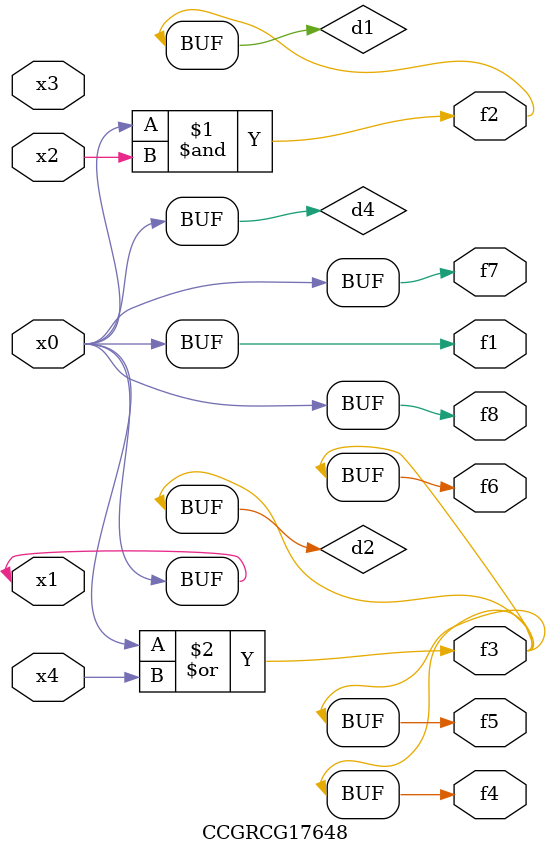
<source format=v>
module CCGRCG17648(
	input x0, x1, x2, x3, x4,
	output f1, f2, f3, f4, f5, f6, f7, f8
);

	wire d1, d2, d3, d4;

	and (d1, x0, x2);
	or (d2, x0, x4);
	nand (d3, x0, x2);
	buf (d4, x0, x1);
	assign f1 = d4;
	assign f2 = d1;
	assign f3 = d2;
	assign f4 = d2;
	assign f5 = d2;
	assign f6 = d2;
	assign f7 = d4;
	assign f8 = d4;
endmodule

</source>
